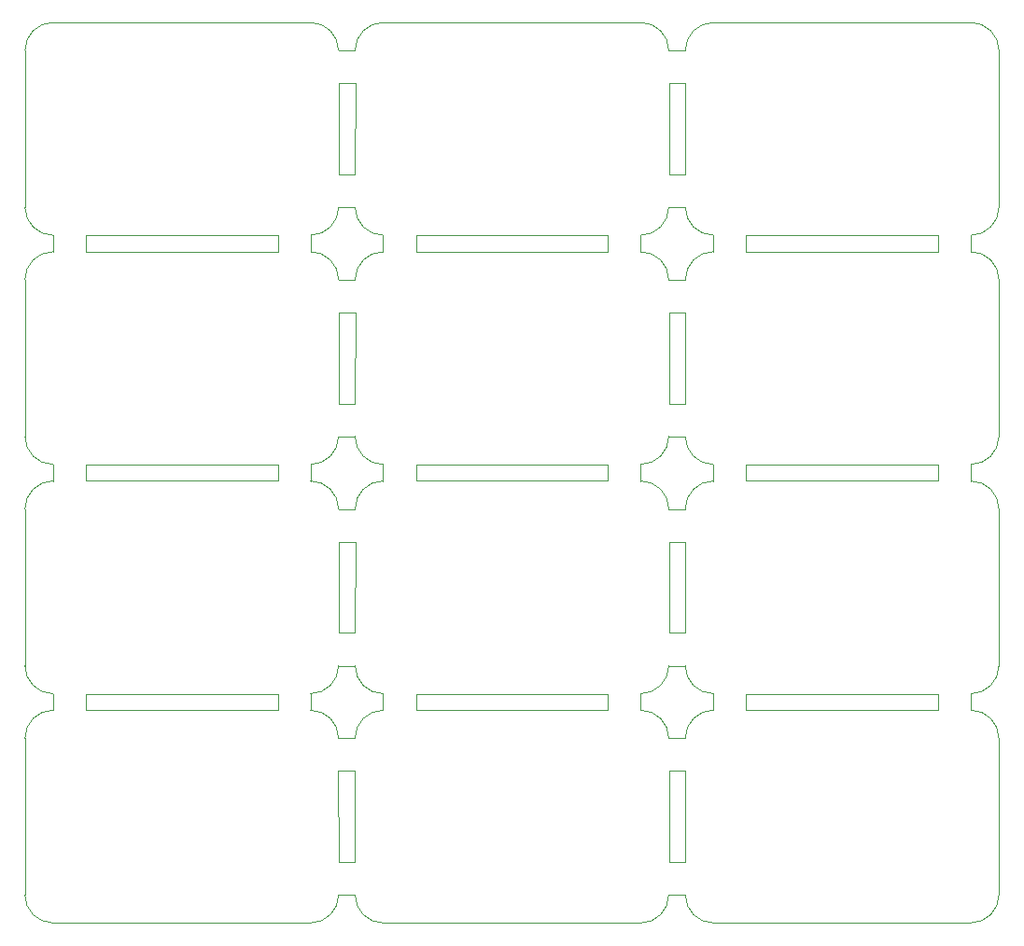
<source format=gbr>
%TF.GenerationSoftware,KiCad,Pcbnew,7.0.1*%
%TF.CreationDate,2025-06-25T09:37:51+07:00*%
%TF.ProjectId,panelize_2,70616e65-6c69-47a6-955f-322e6b696361,rev?*%
%TF.SameCoordinates,Original*%
%TF.FileFunction,Profile,NP*%
%FSLAX46Y46*%
G04 Gerber Fmt 4.6, Leading zero omitted, Abs format (unit mm)*
G04 Created by KiCad (PCBNEW 7.0.1) date 2025-06-25 09:37:51*
%MOMM*%
%LPD*%
G01*
G04 APERTURE LIST*
%TA.AperFunction,Profile*%
%ADD10C,0.100000*%
%TD*%
G04 APERTURE END LIST*
D10*
X160106000Y-124674000D02*
X177522000Y-124660000D01*
X124650000Y-90060000D02*
X124634000Y-98332000D01*
X123164000Y-98332000D02*
X123150000Y-90060000D01*
X154582000Y-98332000D02*
X154598000Y-90060000D01*
X153098000Y-90060000D02*
X153112000Y-98332000D01*
X177522000Y-103856000D02*
X160106000Y-103870000D01*
X160106000Y-105340000D02*
X177522000Y-105326000D01*
X100210000Y-103870000D02*
X117626000Y-103826000D01*
X117626000Y-105326000D02*
X100210000Y-105340000D01*
X147574000Y-103856000D02*
X130158000Y-103870000D01*
X130158000Y-105340000D02*
X147574000Y-105326000D01*
X124634000Y-119136000D02*
X124650000Y-110864000D01*
X123150000Y-110864000D02*
X123164000Y-119136000D01*
X100210000Y-124674000D02*
X117626000Y-124630000D01*
X100210000Y-126144000D02*
X117626000Y-126130000D01*
X124634000Y-139940000D02*
X124650000Y-131668000D01*
X123150000Y-131668000D02*
X123164000Y-139940000D01*
X130158000Y-124674000D02*
X147574000Y-124660000D01*
X130158000Y-126144000D02*
X147574000Y-126130000D01*
X154582000Y-119136000D02*
X154598000Y-110864000D01*
X153098000Y-110864000D02*
X153112000Y-119136000D01*
X160106000Y-126144000D02*
X177522000Y-126130000D01*
X154598000Y-131668000D02*
X154582000Y-139940000D01*
X153112000Y-139940000D02*
X153098000Y-131668000D01*
X160106000Y-145478000D02*
X177522000Y-145464000D01*
X160106000Y-146948000D02*
X177522000Y-146934000D01*
X154598000Y-152472000D02*
X154582000Y-160744000D01*
X153098000Y-152472000D02*
X153112000Y-160744000D01*
X147574000Y-146934000D02*
X130158000Y-146948000D01*
X130158000Y-145478000D02*
X147574000Y-145464000D01*
X124634000Y-160744000D02*
X124620000Y-152472000D01*
X123120000Y-152472000D02*
X123164000Y-160744000D01*
X117626000Y-145464000D02*
X100210000Y-145478000D01*
X100210000Y-146948000D02*
X117626000Y-146934000D01*
X120602000Y-166260000D02*
X97234000Y-166260000D01*
X147574000Y-105326000D02*
X147574000Y-103856000D01*
X150550000Y-103848000D02*
X150550000Y-105348000D01*
X147574000Y-126130000D02*
X147574000Y-124660000D01*
X150550000Y-124652000D02*
X150550000Y-126152000D01*
X147574000Y-146934000D02*
X147574000Y-145464000D01*
X150550000Y-145456000D02*
X150550000Y-146956000D01*
X153090000Y-149496000D02*
X154590000Y-149496000D01*
X154598000Y-152472000D02*
X153098000Y-152472000D01*
X153090000Y-128692000D02*
X154590000Y-128692000D01*
X154598000Y-131668000D02*
X153098000Y-131668000D01*
X153090000Y-107888000D02*
X154590000Y-107888000D01*
X154598000Y-110864000D02*
X153098000Y-110864000D01*
X153090000Y-87084000D02*
X154590000Y-87084000D01*
X154598000Y-90060000D02*
X153098000Y-90060000D01*
X123142000Y-87084000D02*
X124642000Y-87084000D01*
X124650000Y-90060000D02*
X123150000Y-90060000D01*
X123142000Y-107888000D02*
X124642000Y-107888000D01*
X124650000Y-110864000D02*
X123150000Y-110864000D01*
X123142000Y-128692000D02*
X124642000Y-128692000D01*
X124650000Y-131668000D02*
X123150000Y-131668000D01*
X123142000Y-149496000D02*
X124642000Y-149496000D01*
X124620000Y-152472000D02*
X123120000Y-152472000D01*
X153112000Y-160744000D02*
X154582000Y-160744000D01*
X154590000Y-163720000D02*
X153090000Y-163720000D01*
X153112000Y-139940000D02*
X154582000Y-139940000D01*
X154590000Y-142916000D02*
X153090000Y-142916000D01*
X153112000Y-119136000D02*
X154582000Y-119136000D01*
X154590000Y-122112000D02*
X153090000Y-122112000D01*
X153112000Y-98332000D02*
X154582000Y-98332000D01*
X154590000Y-101308000D02*
X153090000Y-101308000D01*
X123164000Y-98332000D02*
X124634000Y-98332000D01*
X124642000Y-101308000D02*
X123142000Y-101308000D01*
X123164000Y-119136000D02*
X124634000Y-119136000D01*
X124642000Y-122112000D02*
X123142000Y-122112000D01*
X123164000Y-139940000D02*
X124634000Y-139940000D01*
X124642000Y-142916000D02*
X123142000Y-142916000D01*
X123164000Y-160744000D02*
X124634000Y-160744000D01*
X124642000Y-163720000D02*
X123142000Y-163720000D01*
X177522000Y-146934000D02*
X177522000Y-145464000D01*
X180498000Y-145456000D02*
X180498000Y-146956000D01*
X177522000Y-126130000D02*
X177522000Y-124660000D01*
X180498000Y-124652000D02*
X180498000Y-126152000D01*
X177522000Y-105326000D02*
X177522000Y-103856000D01*
X180498000Y-103848000D02*
X180498000Y-105348000D01*
X160106000Y-103870000D02*
X160106000Y-105340000D01*
X157130000Y-105348000D02*
X157130000Y-103848000D01*
X160106000Y-124674000D02*
X160106000Y-126144000D01*
X157130000Y-126152000D02*
X157130000Y-124652000D01*
X160106000Y-145478000D02*
X160106000Y-146948000D01*
X157130000Y-146956000D02*
X157130000Y-145456000D01*
X130158000Y-145478000D02*
X130158000Y-146948000D01*
X127182000Y-146956000D02*
X127182000Y-145456000D01*
X130158000Y-124674000D02*
X130158000Y-126144000D01*
X127182000Y-126152000D02*
X127182000Y-124652000D01*
X130158000Y-103870000D02*
X130158000Y-105340000D01*
X127182000Y-105348000D02*
X127182000Y-103848000D01*
X117626000Y-146934000D02*
X117626000Y-145464000D01*
X120602000Y-145456000D02*
X120602000Y-146956000D01*
X100210000Y-145478000D02*
X100210000Y-146948000D01*
X97234000Y-146956000D02*
X97234000Y-145456000D01*
X100210000Y-124674000D02*
X100210000Y-126144000D01*
X97234000Y-126152000D02*
X97234000Y-124652000D01*
X120602000Y-124652000D02*
X120602000Y-126152000D01*
X117626000Y-126130000D02*
X117626000Y-124630000D01*
X120602000Y-103848000D02*
X120602000Y-105348000D01*
X117626000Y-105326000D02*
X117626000Y-103826000D01*
X100210000Y-103870000D02*
X100210000Y-105340000D01*
X97234000Y-105348000D02*
X97234000Y-103848000D01*
X157130000Y-146956000D02*
G75*
G03*
X154590000Y-149496000I0J-2540000D01*
G01*
X183038000Y-149496000D02*
G75*
G03*
X180498000Y-146956000I-2540000J0D01*
G01*
X154590000Y-163720000D02*
G75*
G03*
X157130000Y-166260000I2540000J0D01*
G01*
X180498000Y-166260000D02*
G75*
G03*
X183038000Y-163720000I0J2540000D01*
G01*
X180498000Y-166260000D02*
X157130000Y-166260000D01*
X183038000Y-149496000D02*
X183038000Y-163720000D01*
X127182000Y-146956000D02*
G75*
G03*
X124642000Y-149496000I0J-2540000D01*
G01*
X153090000Y-149496000D02*
G75*
G03*
X150550000Y-146956000I-2540000J0D01*
G01*
X124642000Y-163720000D02*
G75*
G03*
X127182000Y-166260000I2540000J0D01*
G01*
X150550000Y-166260000D02*
G75*
G03*
X153090000Y-163720000I0J2540000D01*
G01*
X150550000Y-166260000D02*
X127182000Y-166260000D01*
X97234000Y-146956000D02*
G75*
G03*
X94694000Y-149496000I0J-2540000D01*
G01*
X123142000Y-149496000D02*
G75*
G03*
X120602000Y-146956000I-2540000J0D01*
G01*
X94694000Y-163720000D02*
G75*
G03*
X97234000Y-166260000I2540000J0D01*
G01*
X120602000Y-166260000D02*
G75*
G03*
X123142000Y-163720000I0J2540000D01*
G01*
X94694000Y-163720000D02*
X94694000Y-149496000D01*
X157130000Y-126152000D02*
G75*
G03*
X154590000Y-128692000I0J-2540000D01*
G01*
X183038000Y-128692000D02*
G75*
G03*
X180498000Y-126152000I-2540000J0D01*
G01*
X154590000Y-142916000D02*
G75*
G03*
X157130000Y-145456000I2540000J0D01*
G01*
X180498000Y-145456000D02*
G75*
G03*
X183038000Y-142916000I0J2540000D01*
G01*
X183038000Y-128692000D02*
X183038000Y-142916000D01*
X127182000Y-126152000D02*
G75*
G03*
X124642000Y-128692000I0J-2540000D01*
G01*
X153090000Y-128692000D02*
G75*
G03*
X150550000Y-126152000I-2540000J0D01*
G01*
X124642000Y-142916000D02*
G75*
G03*
X127182000Y-145456000I2540000J0D01*
G01*
X150550000Y-145456000D02*
G75*
G03*
X153090000Y-142916000I0J2540000D01*
G01*
X97234000Y-126152000D02*
G75*
G03*
X94694000Y-128692000I0J-2540000D01*
G01*
X123142000Y-128692000D02*
G75*
G03*
X120602000Y-126152000I-2540000J0D01*
G01*
X94694000Y-142916000D02*
G75*
G03*
X97234000Y-145456000I2540000J0D01*
G01*
X120602000Y-145456000D02*
G75*
G03*
X123142000Y-142916000I0J2540000D01*
G01*
X94694000Y-142916000D02*
X94694000Y-128692000D01*
X157130000Y-105348000D02*
G75*
G03*
X154590000Y-107888000I0J-2540000D01*
G01*
X183038000Y-107888000D02*
G75*
G03*
X180498000Y-105348000I-2540000J0D01*
G01*
X154590000Y-122112000D02*
G75*
G03*
X157130000Y-124652000I2540000J0D01*
G01*
X180498000Y-124652000D02*
G75*
G03*
X183038000Y-122112000I0J2540000D01*
G01*
X183038000Y-107888000D02*
X183038000Y-122112000D01*
X127182000Y-105348000D02*
G75*
G03*
X124642000Y-107888000I0J-2540000D01*
G01*
X153090000Y-107888000D02*
G75*
G03*
X150550000Y-105348000I-2540000J0D01*
G01*
X124642000Y-122112000D02*
G75*
G03*
X127182000Y-124652000I2540000J0D01*
G01*
X150550000Y-124652000D02*
G75*
G03*
X153090000Y-122112000I0J2540000D01*
G01*
X97234000Y-105348000D02*
G75*
G03*
X94694000Y-107888000I0J-2540000D01*
G01*
X123142000Y-107888000D02*
G75*
G03*
X120602000Y-105348000I-2540000J0D01*
G01*
X94694000Y-122112000D02*
G75*
G03*
X97234000Y-124652000I2540000J0D01*
G01*
X120602000Y-124652000D02*
G75*
G03*
X123142000Y-122112000I0J2540000D01*
G01*
X94694000Y-122112000D02*
X94694000Y-107888000D01*
X157130000Y-84544000D02*
G75*
G03*
X154590000Y-87084000I0J-2540000D01*
G01*
X183038000Y-87084000D02*
G75*
G03*
X180498000Y-84544000I-2540000J0D01*
G01*
X154590000Y-101308000D02*
G75*
G03*
X157130000Y-103848000I2540000J0D01*
G01*
X180498000Y-103848000D02*
G75*
G03*
X183038000Y-101308000I0J2540000D01*
G01*
X157130000Y-84544000D02*
X180498000Y-84544000D01*
X183038000Y-87084000D02*
X183038000Y-101308000D01*
X127182000Y-84544000D02*
G75*
G03*
X124642000Y-87084000I0J-2540000D01*
G01*
X153090000Y-87084000D02*
G75*
G03*
X150550000Y-84544000I-2540000J0D01*
G01*
X124642000Y-101308000D02*
G75*
G03*
X127182000Y-103848000I2540000J0D01*
G01*
X150550000Y-103848000D02*
G75*
G03*
X153090000Y-101308000I0J2540000D01*
G01*
X127182000Y-84544000D02*
X150550000Y-84544000D01*
X123142000Y-87084000D02*
G75*
G03*
X120602000Y-84544000I-2540000J0D01*
G01*
X120602000Y-103848000D02*
G75*
G03*
X123142000Y-101308000I0J2540000D01*
G01*
X94694000Y-101308000D02*
X94694000Y-87084000D01*
X97234000Y-84544000D02*
X120602000Y-84544000D01*
X97234000Y-84544000D02*
G75*
G03*
X94694000Y-87084000I0J-2540000D01*
G01*
X94694000Y-101308000D02*
G75*
G03*
X97234000Y-103848000I2540000J0D01*
G01*
M02*

</source>
